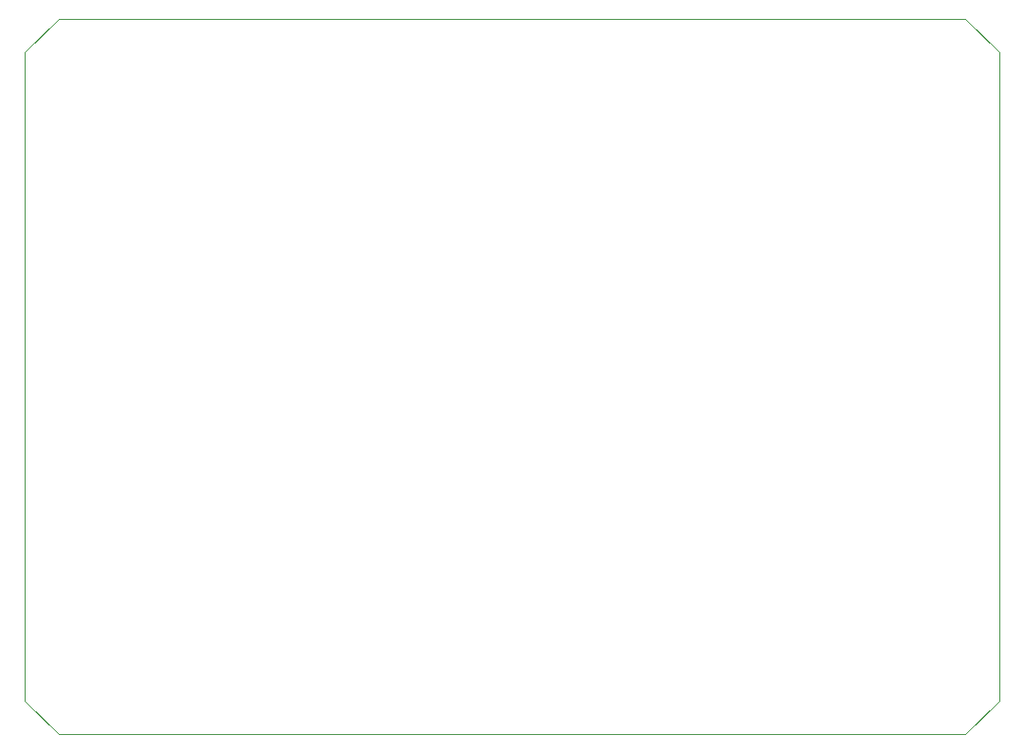
<source format=gbr>
G04 (created by PCBNEW (2013-07-07 BZR 4022)-stable) date 1/12/2015 10:14:03 AM*
%MOIN*%
G04 Gerber Fmt 3.4, Leading zero omitted, Abs format*
%FSLAX34Y34*%
G01*
G70*
G90*
G04 APERTURE LIST*
%ADD10C,0.00590551*%
%ADD11C,0.00393701*%
G04 APERTURE END LIST*
G54D10*
G54D11*
X34251Y-24015D02*
X34251Y-19291D01*
X7480Y-25196D02*
X33070Y-25196D01*
X34251Y-24015D02*
X33070Y-25196D01*
X1181Y0D02*
X33070Y0D01*
X0Y-24015D02*
X0Y-1181D01*
X34251Y-1181D02*
X33070Y0D01*
X34251Y-19291D02*
X34251Y-1181D01*
X1181Y-25196D02*
X7480Y-25196D01*
X0Y-24015D02*
X1181Y-25196D01*
X0Y-1181D02*
X1181Y0D01*
M02*

</source>
